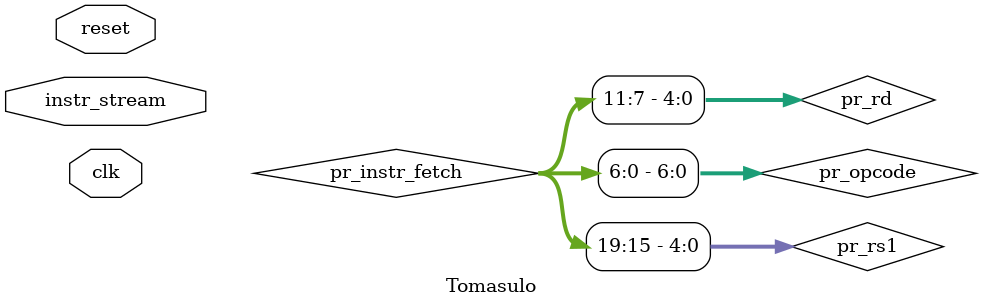
<source format=v>
`timescale 1ns/1ps


module Tomasulo (
    input clk,
    input reset, input [31:0] instr_stream
);

// reg [31:0] instr_stream;

reg [31:0] memory [0:31];
initial 
begin

`ifdef INIT_MEMORY
    // memory[0] = 32'h002200b3; // R1 <- R2 + R4
    // // // 0000000 00001 00100 000 00010 0110011
    // memory[1] = 32'h00120133; // R2 <- R1 + R4
    // // // 0000000 00101 00100 000 00110 0110011
    // memory[2] = 32'h00520333; // R6 <- R5 + R4
    // // // 0000000 00110 00100 000 00101 0110011
    // memory[3] = 32'h006202b3; // R5 <- R6 + R4
    // memory[0] = 32'h00520333;
    // memory[1] = 32'h006202b3;
    // memory[2] = 32'h00520333;
    // memory[3] = 32'h00120133;
`endif

end


/* =====================================
    INFO: fetch stage rgisters
===================================== */

    `define PC_WIDTH 6

    // fetch stage registers
    reg [`PC_WIDTH-1:0] PC;
    integer             x;
    reg [31:0]          pr_instr_fetch;  // Pipeline register of Fetch stage
    reg                 stall_flag;

/* =====================================
    INFO: decode wire registers
===================================== */
    wire [2:0]  pr_instr;                // Tells what type of instruction it is after decoding
    wire [6:0]  pr_funct7, pr_opcode;    // pipeline registers for Decode Stage
    wire [4:0]  pr_rs1, pr_rs2, pr_rd;
    wire [2:0]  pr_funct3;
    wire [11:0] pr_immediate;

    parameter ADD = 3'b001;
    parameter SUB = 3'b010;
    parameter MUL = 3'b011;
    parameter DIV = 3'b100;
    parameter LOAD = 3'b101;

    assign pr_opcode    = pr_instr_fetch[6:0];   
    assign pr_funct7    = pr_instr_fetch[31:25];
    assign pr_funct3    = pr_instr_fetch[14:12];
    assign pr_rs2       = pr_instr_fetch[24:20];
    assign pr_immediate = pr_instr_fetch[31:20];
    assign pr_rs1       = pr_instr_fetch[19:15];
    assign pr_rd        = pr_instr_fetch[11:7]; 

    assign pr_instr =   ((pr_opcode==7'b0110011) && (pr_funct7==7'b0000000)) ? ADD :
        ((pr_opcode==7'b0110011) && (pr_funct7==7'b0100000)) ? SUB :
        ((pr_opcode==7'b0110011) && (pr_funct7==7'b0000001) && (pr_funct3==3'b000)) ? MUL :
        ((pr_opcode==7'b0110011) && (pr_funct7==7'b0000001) && (pr_funct3==3'b100)) ? DIV :
        (pr_opcode==7'b0000011) ? LOAD : 3'b000;


/* ====================================================
    INFO: reorder buffer/reservation station registers
==================================================== */

    reg [31:0]  Arch_reg [0:31];        // Defining Architectural Registers
    reg [3:0]   RAT [0:31];             // Defining the RAT

    reg [2:0]   ROB_head_ptr;           // ROB Head Pointer
    reg [2:0]   ROB_tail_ptr;           // ROB Tail Pointer
    reg [2:0]   ROB_Instr   [0:7];      // Defining ROB entries
    reg [4:0]   ROB_Dest    [0:7];
    reg [31:0]  ROB_Value   [0:7];
    reg [7:0]   ROB_busy;
    reg [7:0]   ROB_valid;
    reg [`PC_WIDTH-1:0] ROB_PC  [0:7];

    reg [2:0]   RS_Add_Instr    [0:3];  // Defining RS_ADD/SUB entries
    // Converted to a bitvector
    reg [3:0]   RS_Add_busy;
    reg [2:0]   RS_Add_Dest_tag [0:3];
    reg [2:0]   RS_Add_S1_tag   [0:3];
    reg [2:0]   RS_Add_S2_tag   [0:3];
    reg [31:0]  RS_Add_S1_value [0:3];
    // Converted to a bitvector
    reg [3:0]   RS_Add_S1_valid;
    reg [31:0]  RS_Add_S2_value [0:3];
    // Converted to a bitvector
    reg [3:0]   RS_Add_S2_valid;
    reg [1:0]   RS_Add_count;
    reg [`PC_WIDTH-1:0] RS_Add_PC   [0:3];

    always @(posedge clk) begin
        if (reset) begin 
            Arch_reg[0] =   32'h0000000c; 
            Arch_reg[1] =   32'h0000000c; 
            Arch_reg[2] =   32'h00000010; 
            Arch_reg[3] =   32'h0000002d; 
            Arch_reg[4] =   32'h00000005; 
            Arch_reg[5] =   32'h00000003; 
            Arch_reg[6] =   32'h00000004; 
            Arch_reg[7] =   32'h00000001; 
            Arch_reg[8] =   32'h00000002; 
            Arch_reg[9] =   32'h00000002; 
            Arch_reg[10]=   32'h00000003;
        end
    end

/* ================================================================
    INFO: logic for the ROB: also for instruction fetch
================================================================ */

    always @(posedge clk) begin
        if (reset) begin 
            stall_flag      =   0;
            ROB_head_ptr    <=  3'b000;
            ROB_tail_ptr    <=  3'b000;    
            // todo: move to RS/ROB
            ROB_Instr[0]    =   0;
            ROB_Instr[1]    =   0;
            ROB_Instr[2]    =   0;
            ROB_Instr[3]    =   0;
            ROB_Instr[4]    =   0;
            ROB_Instr[5]    =   0;
            ROB_Instr[6]    =   0;
            ROB_Instr[7]    =   0;
            // INFO: converted to BV
            ROB_busy        <=  0;
            // ROB_busy[0]<=0;
            // ROB_busy[1]<=0;
            // ROB_busy[2]<=0;
            // ROB_busy[3]<=0;
            // ROB_busy[4]<=0;
            // ROB_busy[5]<=0;
            // ROB_busy[6]<=0;
            // ROB_busy[7]<=0;
            // todo: move to RS/ROB
            // INFO: converted to BV
            ROB_valid       <=  0;
            // ROB_valid[0]<=0;
            // ROB_valid[1]<=0;
            // ROB_valid[2]<=0;
            // ROB_valid[3]<=0;
            // ROB_valid[4]<=0;
            // ROB_valid[5]<=0;
            // ROB_valid[6]<=0;
            // ROB_valid[7]<=0;
            // INFO: register retagging table
            RAT[1]  <=  4'b1000;     
            RAT[2]  <=  4'b1000;   
            RAT[3]  <=  4'b1000;     
            RAT[4]  <=  4'b1000;     
            RAT[5]  <=  4'b1000;    
            RAT[6]  <=  4'b1000;     
            RAT[7]  <=  4'b1000;
            RAT[8]  <=  4'b1000;
            RAT[9]  <=  4'b1000;
            RAT[10] <=  4'b1000;

            // INFO: Moved from independent block because of blocking dependency on stall_flag
            x       <= 0;
            PC      <= `PC_WIDTH'b00000;
            pr_instr_fetch <= 0;

        end else begin 
            if (ROB_busy[ROB_tail_ptr] == 1)
                // Stall if the tail of ROB is filled: stall only stalls increment of 'x/PC'
                // This is a same cycle (blocking) dependency of x
                stall_flag = 1;
            else begin
                if ((pr_instr == ADD) || (pr_instr == SUB)) begin
                    if (RS_Add_busy[RS_Add_count] == 1) begin
                        stall_flag = 1;
                    end else begin
                        stall_flag = 0;
                        ROB_Instr[ROB_tail_ptr] <=  pr_instr;
                        ROB_PC[ROB_tail_ptr]    <=  PC;
                        ROB_Dest[ROB_tail_ptr]  <=  pr_rd;
                        ROB_busy[ROB_tail_ptr]  <=  1;
                        // TODO: check pushed to end: now pulled from end
                        RAT[pr_rd]              <=  {1'b0, ROB_tail_ptr};
                        ROB_tail_ptr            <=  ROB_tail_ptr + 3'b001;  
                    end 
                end
            end

            // INFO: set the valid on completed ALUop
            if (pr_Add_Sub_result_valid == 1) begin
                ROB_valid[pr_Add_Sub_Tag]   <=  1;
            end
        
            // Clean up on instruction commit
            if (ROB_valid[ROB_head_ptr]==1) begin
                ROB_busy[ROB_head_ptr]  <=  0;
                ROB_valid[ROB_head_ptr] <=  0;
                ROB_head_ptr            <=  ROB_head_ptr + 1;  
                
                // Resetting the RAT on successful commit
                if ((RAT[ROB_Dest[ROB_head_ptr]] == {1'b0, ROB_head_ptr})  
                    // this is the BUG
                    // && (ROB_Dest[ROB_head_ptr] != pr_rd || stall_flag)  
                ) begin
                    RAT[ROB_Dest[ROB_head_ptr]] <=  4'b1000;
                end 
            end


            // INFO: moved from earlier in the design
            // Blocking (same cycle) dependency on stall_flag
            if (stall_flag == 0) begin
            // If stall incurrent cycle repeat instruction from previous cycle
            // (requires blocking assignment to stall_flag and combinational propagation)
            // Hence in this block
    `ifdef INIT_MEMORY
                pr_instr_fetch <= memory[x];
    `else
                pr_instr_fetch <= instr_stream;
    `endif
                // PC is for this instruction
                // Since this PC acts as the 'tag', its important to synchronize 
                // (PC, pr_instr_fetch) with (window[aa_tail_ptr], instr_U[aa_tail_ptr])
                if (x != 3) begin
                    PC  <= PC + 4;
                    x   <= x + 1;
                end else begin
                    PC  <= PC + 4;
                    x   <= 0;
                end

            /********************************
            // INFO: moved from formalfile
            ********************************/
    `ifdef INIT_MEMORY
                next_pc <= next_pc + 4;
                instr_U[aa_tail_ptr]    <= memory[x];
    `else
                // This mimics PC (and is loaded into windows on next cycle)
                next_pc <= next_pc + 4;
                // Window size is not sufficient
                // if (aa_tail_ptr + 1 == aa_head_ptr) assert(0);
                instr_U[aa_tail_ptr]    <= instr_stream;
    `endif
                // Should wrap around correctly (power of 2)
                aa_tail_ptr             <= aa_tail_ptr + 1;
            /********************************/
            end
        end
    end



/* ================================================================
    INFO: logic for the RS for Add_Sub
================================================================ */

    // ! changes registers related to the reservation stations

    always @(posedge clk) begin
        if (reset) begin 
            RS_Add_count    <=  2'b00;
            // RS_Add_S1_valid [0]<=0;      RS_Add_S2_valid [0]<=0;    RS_Add_busy[0]<=0;
            // RS_Add_S1_valid [1]<=0;      RS_Add_S2_valid [1]<=0;    RS_Add_busy[1]<=0;
            // RS_Add_S1_valid [2]<=0;      RS_Add_S2_valid [2]<=0;    RS_Add_busy[2]<=0;
            // RS_Add_S1_valid [3]<=0;      RS_Add_S2_valid [3]<=0;    RS_Add_busy[3]<=0;

            RS_Add_S1_valid <=  0;
            RS_Add_S2_valid <=  0;
            RS_Add_busy     <=  0;

            RS_Add_PC[0]    <=  0;
            RS_Add_PC[1]    <=  0;
            RS_Add_PC[2]    <=  0;
            RS_Add_PC[3]    <=  0;

        end else begin 
            if ((ROB_busy[ROB_tail_ptr] != 1) && ((pr_instr == ADD) || (pr_instr == SUB))) begin 
                if (RS_Add_busy[RS_Add_count] == 1) begin
                    RS_Add_count <= RS_Add_count + 2'b01;
                end else begin 
                    RS_Add_Instr[RS_Add_count]  <=  pr_instr;
                    RS_Add_PC[RS_Add_count]     <=  PC;
                    // TODO: reconcile
                    RS_Add_busy[RS_Add_count]   <=  1'b1;
                    RS_Add_Dest_tag[RS_Add_count]   <=ROB_tail_ptr;
                    if (RAT[pr_rs1] == 4'b1000) begin
                        RS_Add_S1_value[RS_Add_count]   <=  Arch_reg[pr_rs1];
                        RS_Add_S1_valid[RS_Add_count]   <=  1;
                    end else begin
                        RS_Add_S1_tag[RS_Add_count]     <=  RAT[pr_rs1][2:0];
                        RS_Add_S1_valid[RS_Add_count]   <=  1'b0;
                    end 
                    if (RAT[pr_rs2] == 4'b1000) begin 
                        RS_Add_S2_value[RS_Add_count]   <=  Arch_reg[pr_rs2];
                        RS_Add_S2_valid[RS_Add_count]   <=  1;
                    end else begin  
                        RS_Add_S2_tag[RS_Add_count]     <=  RAT[pr_rs2][2:0];
                        RS_Add_S2_valid[RS_Add_count]   <=  1'b0;
                    end 
                    RS_Add_count    <=  RS_Add_count + 2'b01; 
                end
            end
            
            if (RS_Add_S1_valid[0] == 1 && RS_Add_S2_valid[0] == 1 && RS_Add_busy[0] == 1) begin
                RS_Add_busy[0]      <=  1'b0;
                RS_Add_S1_valid[0]  <=  0;
                RS_Add_S2_valid[0]  <=  0;
            end else if (RS_Add_S1_valid[1] == 1 && RS_Add_S2_valid[1] == 1 && RS_Add_busy[1] == 1) begin 
                RS_Add_busy[1]      <=  1'b0;
                RS_Add_S1_valid[1]  <=  0;
                RS_Add_S2_valid[1]  <=  0;
            end else if (RS_Add_S1_valid[2] == 1 && RS_Add_S2_valid[2] == 1 && RS_Add_busy[2] == 1) begin 
                RS_Add_busy[2]      <=  1'b0;
                RS_Add_S1_valid[2]  <=  0;
                RS_Add_S2_valid[2]  <=  0;
            end else if (RS_Add_S1_valid[3] == 1 && RS_Add_S2_valid[3] == 1 && RS_Add_busy[3] == 1) begin 
                RS_Add_busy[3]      <=  1'b0;
                RS_Add_S1_valid[3]  <=  0;
                RS_Add_S2_valid[3]  <=  0;
            end

            // =======================================================
            // INFO: from the Writeback stage: includes bypassing to RSes
            // =======================================================
            if (pr_Add_Sub_result_valid) begin
                if (RS_Add_S1_tag[0] == pr_Add_Sub_Tag && RS_Add_busy[0] && !RS_Add_S1_valid[0])
                begin
                    RS_Add_S1_value[0]  <=  pr_Add_Sub_result;
                    RS_Add_S1_valid[0]  <=  1;
                end
                if (RS_Add_S2_tag[0] == pr_Add_Sub_Tag && RS_Add_busy[0] && !RS_Add_S2_valid[0])
                begin
                    RS_Add_S2_value[0]<=pr_Add_Sub_result;
                    RS_Add_S2_valid[0]<=1;
                end
                if (RS_Add_S1_tag[1] == pr_Add_Sub_Tag && RS_Add_busy[1] && !RS_Add_S1_valid[1])
                begin
                    RS_Add_S1_value[1]  <=  pr_Add_Sub_result;
                    RS_Add_S1_valid[1]  <=  1;
                end
                if (RS_Add_S2_tag[1] == pr_Add_Sub_Tag && RS_Add_busy[1] && !RS_Add_S2_valid[1])
                begin
                    RS_Add_S2_value[1]  <=  pr_Add_Sub_result;
                    RS_Add_S2_valid[1]  <=  1;
                end
                if (RS_Add_S1_tag[2] == pr_Add_Sub_Tag && RS_Add_busy[2] && !RS_Add_S1_valid[2])
                begin
                    RS_Add_S1_value[2]  <=  pr_Add_Sub_result;
                    RS_Add_S1_valid[2]  <=  1;
                end
                if (RS_Add_S2_tag[2] == pr_Add_Sub_Tag && RS_Add_busy[2] && !RS_Add_S2_valid[2])
                begin
                    RS_Add_S2_value[2]  <=  pr_Add_Sub_result;
                    RS_Add_S2_valid[2]  <=  1;
                end
                if (RS_Add_S1_tag[3] == pr_Add_Sub_Tag && RS_Add_busy[3] && !RS_Add_S1_valid[3])
                begin
                    RS_Add_S1_value[3]  <=  pr_Add_Sub_result;
                    RS_Add_S1_valid[3]  <=  1;
                end
                if (RS_Add_S2_tag[3] == pr_Add_Sub_Tag && RS_Add_busy[3] && !RS_Add_S2_valid[3])
                begin
                    RS_Add_S2_value[3]  <=  pr_Add_Sub_result;
                    RS_Add_S2_valid[3]  <=  1;
                end
            end
        end
    end


/* ================================
    INFO: Issue and Execute
================================ */

    reg [31:0]  pr_Add_Sub_sv1, pr_Add_Sub_sv2;  // , pr_sv1, pr_Add_Sub_sv2,pr_Mul_Div_sv1,pr_Mul_Div_sv2;  //Pipeline registers for Issue stage
    reg [2:0]   pr_Add_Sub_tag;   // , pr_LD_tag, pr_Mul_Div_tag;
    reg [11:0]  pr_offset;
    reg [2:0]   pr_Add_Sub_Instr; // , pr_LD_Instr, pr_Mul_Instr, pr_Div_Instr;
    reg [`PC_WIDTH-1:0] pr_Add_Sub_PC;    // , pr_Mul_PC, pr_Div_PC;

    initial begin
        pr_Add_Sub_PC   = 0;
    end

    /* ========== Issue =========*/

    // ! handles the pipeline registers for the issue (input/opcode) and execute (result/valid) stages

    always @(posedge clk) begin 
        if (reset) begin 
            // moved to later (execute stage)
            // pr_Add_Sub_result_valid=0;
            // pr_Mul_Div_result_valid=0; 
            // pr_LD_result_valid=0; 
            pr_Add_Sub_PC   <= 0; 
            // pr_Mul_Div_result_PC=0;
            // pr_sv1=0; 
            pr_Add_Sub_sv1  <= 0;
            pr_Add_Sub_sv2  <= 0;
            // pr_Mul_Div_sv1=0;
            // pr_Mul_Div_sv2=0;
            pr_Add_Sub_tag  <= 0;
            pr_Add_Sub_Instr    <= 0;
        end else begin
            if(RS_Add_S1_valid[0] == 1 && RS_Add_S2_valid[0] == 1 && RS_Add_busy[0] == 1) begin
                pr_Add_Sub_sv1  <= RS_Add_S1_value[0];
                pr_Add_Sub_sv2  <= RS_Add_S2_value[0];
                pr_Add_Sub_tag  <= RS_Add_Dest_tag[0];
                pr_Add_Sub_Instr    <= RS_Add_Instr[0];
                pr_Add_Sub_PC   <= RS_Add_PC[0];
            end else if(RS_Add_S1_valid[1] == 1 && RS_Add_S2_valid[1] == 1 && RS_Add_busy[1] == 1) begin
                pr_Add_Sub_sv1  <= RS_Add_S1_value[1];
                pr_Add_Sub_sv2  <= RS_Add_S2_value[1];
                pr_Add_Sub_tag  <= RS_Add_Dest_tag[1];
                pr_Add_Sub_Instr    <= RS_Add_Instr[1];
                pr_Add_Sub_PC   <= RS_Add_PC[1];        
            end else if(RS_Add_S1_valid[2] == 1 && RS_Add_S2_valid[2] == 1 && RS_Add_busy[2] == 1) 
            begin
                pr_Add_Sub_sv1  <= RS_Add_S1_value[2];
                pr_Add_Sub_sv2  <= RS_Add_S2_value[2];
                pr_Add_Sub_tag  <= RS_Add_Dest_tag[2];
                pr_Add_Sub_Instr    <= RS_Add_Instr[2];
                pr_Add_Sub_PC   <= RS_Add_PC[2];
            end
            else if(RS_Add_S1_valid[3] == 1 && RS_Add_S2_valid[3] == 1 && RS_Add_busy[3] == 1) 
            begin
                pr_Add_Sub_sv1  <= RS_Add_S1_value[3];
                pr_Add_Sub_sv2  <= RS_Add_S2_value[3];
                pr_Add_Sub_tag  <= RS_Add_Dest_tag[3];
                pr_Add_Sub_Instr    <= RS_Add_Instr[3];
                pr_Add_Sub_PC   <= RS_Add_PC[3];
            end else begin
                pr_Add_Sub_Instr    <= 0;
            end        
        end
    end


// ============= EXECUTE STAGE =============

    reg [31:0]  pr_Add_Sub_result;              // , pr_Mul_Div_result, pr_LD_result;
    reg [2:0]   pr_Add_Sub_Tag;                 // , pr_Mul_Div_Tag, pr_LD_Tag;
    reg         pr_Add_Sub_result_valid;        // , pr_Mul_Div_result_valid, pr_LD_result_valid;
    reg [`PC_WIDTH-1:0] pr_Add_Sub_result_PC;   // , pr_Mul_Div_result_PC;

    reg [31:0]  add1, add2, sub1, sub2;         // , mul1, mul2, div1, div2;


    always @(posedge clk) begin 
        if (reset) begin 
            pr_Add_Sub_result_valid <= 0;
            // ! Note that this is the tag from the execute stage not the issue stage
            pr_Add_Sub_Tag  <= 0;
            pr_Add_Sub_result_PC    <= 0; 
        end else begin 
            if (pr_Add_Sub_Instr == ADD) begin
                add1    = pr_Add_Sub_sv1; 
                add2    = pr_Add_Sub_sv2;
                pr_Add_Sub_result   <= add1 + add2;
                pr_Add_Sub_result_valid <= 1;
                pr_Add_Sub_result_PC    <= pr_Add_Sub_PC;
                pr_Add_Sub_Tag  <= pr_Add_Sub_tag;
            end else if (pr_Add_Sub_Instr == SUB) begin
                sub1    = pr_Add_Sub_sv1; 
                sub2    = pr_Add_Sub_sv2;
                pr_Add_Sub_result   <= sub1 - sub2;
                pr_Add_Sub_result_valid <= 1;
                pr_Add_Sub_result_PC    <= pr_Add_Sub_PC;
                pr_Add_Sub_Tag  <= pr_Add_Sub_tag;
            end else begin
                pr_Add_Sub_result_valid<=0;
            end
        end 
    end

/* ================================================================ 
    INFO: writeback stage: includes bypassing to RSes
================================================================ */

    reg [`PC_WIDTH-1:0] WB_Add_Sub_PC;    // , WB_Mul_Div_PC;

    always @(posedge clk) begin 
        if (reset) begin 
            WB_Add_Sub_PC   <= 0;
        end else begin 
            if (pr_Add_Sub_result_valid == 1) begin
                ROB_Value[pr_Add_Sub_Tag]   <= pr_Add_Sub_result;
                WB_Add_Sub_PC   <= pr_Add_Sub_result_PC;     
            end
        end
    end

/* ==============================
    INFO: commit stage
============================== */

    reg [`PC_WIDTH-1:0] Commit_PC;

    always @(posedge clk)
    begin
        if (reset) begin 
            Commit_PC   <= 0;
        end else if (ROB_valid[ROB_head_ptr] == 1) begin
            Commit_PC   <= ROB_PC[ROB_head_ptr];
            Arch_reg[ROB_Dest[ROB_head_ptr]]    <= ROB_Value[ROB_head_ptr];
        end
    end

    `include "formal.v"
endmodule


</source>
